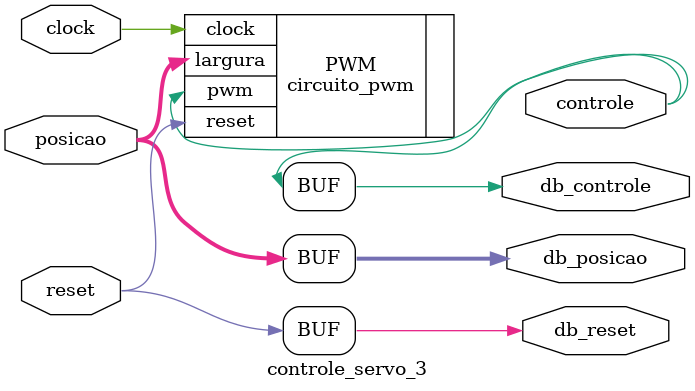
<source format=v>
module controle_servo_3 (
 input wire clock,
 input wire reset,
 input wire [2:0] posicao,
 output wire controle,
 output wire db_reset,
 output wire [2:0] db_posicao,
 output wire db_controle
);


	circuito_pwm #(           
        .conf_periodo(1000000), 
        .largura_000  (35000),  
        .largura_001  (45700),  
        .largura_010  (56450),  
        .largura_011  (67150),
        .largura_100  (77850),  
        .largura_101  (88550),  
        .largura_110  (99300),  
        .largura_111  (110000)    
    ) PWM (
        .clock   (clock),
        .reset   (reset),
        .largura (posicao),
        .pwm     (controle)
    );
    
    assign db_controle = controle;
    assign db_posicao = posicao;
    assign db_reset = reset;



endmodule
</source>
